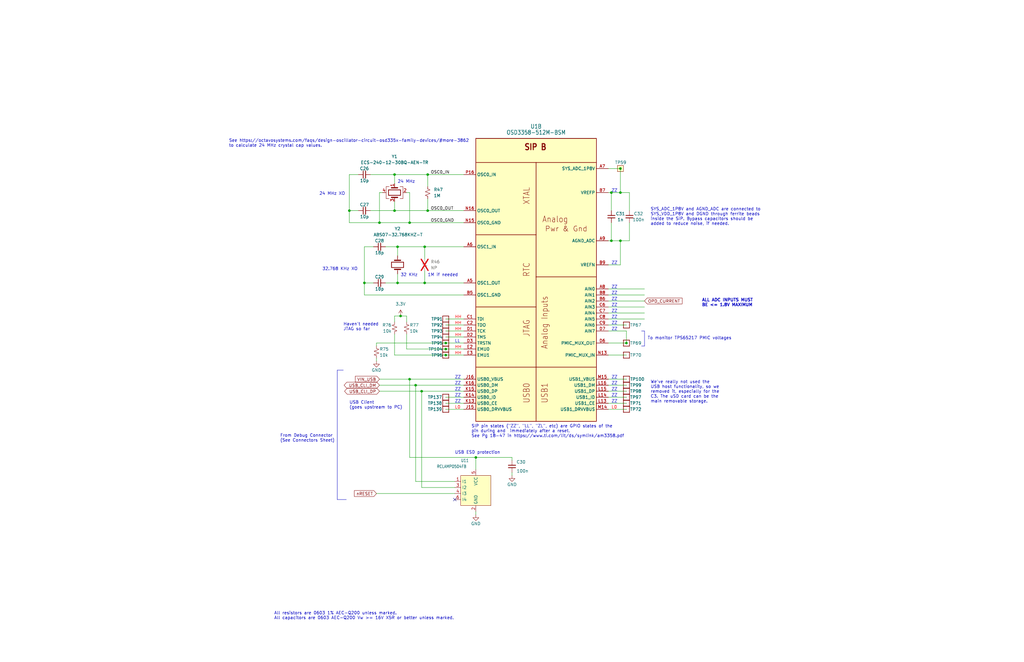
<source format=kicad_sch>
(kicad_sch (version 20230121) (generator eeschema)
  (paper "USLedger")
  (title_block (title "OreSat C3: OSD3358 SIP B") (date "2023-05-29") (rev "6.1"))
  (lib_symbols
    (symbol "Device:C_Small" (pin_numbers hide) (pin_names (offset 0.254) hide)
      (property "Reference" "C" (at 0.254 1.778 0))
      (property "Value" "C_Small" (at 0.254 -2.032 0))
      (symbol "C_Small_1_1"
        (pin passive line (at 0 2.54 270) (length 2.032) (name "~") (number "1"))
        (pin passive line (at 0 -2.54 90) (length 2.032) (name "~") (number "2"))
      )
    )
    (symbol "Device:Crystal" (pin_numbers hide) (pin_names (offset 1.016) hide)
      (property "Reference" "Y" (at 0 3.81 0))
      (property "Value" "Crystal" (at 0 -3.81 0))
      (symbol "Crystal_1_1"
        (pin passive line (at -3.81 0 0) (length 1.27) (name "1") (number "1"))
        (pin passive line (at 3.81 0 180) (length 1.27) (name "2") (number "2"))
      )
    )
    (symbol "Device:Crystal_GND24" (pin_names (offset 1.016) hide)
      (property "Reference" "Y" (at 3.175 5.08 0))
      (property "Value" "Crystal_GND24" (at 3.175 3.175 0))
      (symbol "Crystal_GND24_1_1"
        (pin passive line (at -3.81 0 0) (length 1.27) (name "1") (number "1"))
        (pin passive line (at 0 5.08 270) (length 1.27) (name "2") (number "2"))
        (pin passive line (at 3.81 0 180) (length 1.27) (name "3") (number "3"))
        (pin passive line (at 0 -5.08 90) (length 1.27) (name "4") (number "4"))
      )
    )
    (symbol "Device:R_Small_US" (pin_numbers hide) (pin_names (offset 0.254) hide)
      (property "Reference" "R" (at 0.762 0.508 0))
      (property "Value" "R_Small_US" (at 0.762 -1.016 0))
      (symbol "R_Small_US_1_1"
        (pin passive line (at 0 2.54 270) (length 1.016) (name "~") (number "1"))
        (pin passive line (at 0 -2.54 90) (length 1.016) (name "~") (number "2"))
      )
    )
    (symbol "oresat-ics:OSD3358-512M-BSM"
      (property "Reference" "U" (at 0 87.63 0))
      (property "Value" "OSD3358-512M-BSM" (at 0 85.09 0))
      (symbol "OSD3358-512M-BSM_1_0"
        (text "Connect to either:\nSYS_VDD_1P8V or\nSYS_VDD3_3P3V" (at 8.89 -21.59 900) (effects (font (size 1.27 1.0795)) (justify bottom)))
        (text "Connect together with pour" (at 5.08 -60.96 900) (effects (font (size 1.27 1.0795)) (justify left bottom)))
        (text "Connect together with pour" (at 5.08 -7.62 900) (effects (font (size 1.27 1.0795)) (justify left bottom)))
        (text "GND to program EEPROM" (at -25.4 -71.12 0) (effects (font (size 1.27 1.0795)) (justify left bottom)))
        (text "I2C0" (at -2.54 -60.96 900) (effects (font (size 2.54 2.159)) (justify left bottom)))
        (text "Reset" (at 5.08 -81.28 900) (effects (font (size 2.54 2.159)) (justify left bottom)))
        (text "SIP A" (at -20.32 17.78 0) (effects (font (size 2.54 2.159) bold) (justify left bottom)))
        (pin bidirectional line (at -35.56 -53.34 0) (length 5.08) (name "I2C0_SCL") (number "C10"))
        (pin bidirectional line (at -35.56 -63.5 0) (length 5.08) (name "I2C0_SDA") (number "C11"))
        (pin bidirectional line (at -35.56 -50.8 0) (length 5.08) (name "PMIC_SCL") (number "D10"))
        (pin bidirectional line (at -35.56 -60.96 0) (length 5.08) (name "PMIC_SDA") (number "D11"))
        (pin bidirectional line (at -35.56 -40.64 0) (length 5.08) (name "EXTINTN") (number "D4"))
        (pin output line (at -35.56 -38.1 0) (length 5.08) (name "PMIC_NINT") (number "E4"))
        (pin power_in line (at 35.56 -38.1 180) (length 5.08) (name "SYS_VDD_1P8V@1") (number "F10"))
        (pin power_in line (at 35.56 43.18 180) (length 5.08) (name "SYS_VDD2_3P3V@1") (number "F11"))
        (pin power_in line (at 35.56 60.96 180) (length 5.08) (name "SYS_VDD1_3P3V@1") (number "F6"))
        (pin power_in line (at 35.56 58.42 180) (length 5.08) (name "SYS_VDD1_3P3V@2") (number "F7"))
        (pin power_in line (at 35.56 12.7 180) (length 5.08) (name "SYS_VDD3_3P3V@1") (number "F8"))
        (pin power_in line (at 35.56 -22.86 180) (length 5.08) (name "VDDSHV4") (number "F9"))
        (pin power_in line (at 35.56 -40.64 180) (length 5.08) (name "SYS_VDD_1P8V@2") (number "G10"))
        (pin power_in line (at 35.56 40.64 180) (length 5.08) (name "SYS_VDD2_3P3V@2") (number "G11"))
        (pin power_in line (at 35.56 55.88 180) (length 5.08) (name "SYS_VDD1_3P3V@3") (number "G6"))
        (pin power_in line (at 35.56 53.34 180) (length 5.08) (name "SYS_VDD1_3P3V@4") (number "G7"))
        (pin power_in line (at 35.56 10.16 180) (length 5.08) (name "SYS_VDD3_3P3V@2") (number "G8"))
        (pin power_in line (at 35.56 -25.4 180) (length 5.08) (name "VDDSHV5") (number "G9"))
        (pin power_in line (at 35.56 -43.18 180) (length 5.08) (name "SYS_VDD_1P8V@3") (number "H10"))
        (pin power_in line (at 35.56 -45.72 180) (length 5.08) (name "SYS_VDD_1P8V@4") (number "H11"))
        (pin power_in line (at 35.56 7.62 180) (length 5.08) (name "SYS_VDD3_3P3V@3") (number "H7"))
        (pin power_in line (at 35.56 5.08 180) (length 5.08) (name "SYS_VDD3_3P3V@4") (number "H8"))
        (pin power_in line (at 35.56 -27.94 180) (length 5.08) (name "VDDSHV6") (number "H9"))
        (pin power_in line (at 35.56 -48.26 180) (length 5.08) (name "SYS_VDD_1P8V@5") (number "J10"))
        (pin power_in line (at 35.56 -50.8 180) (length 5.08) (name "SYS_VDD_1P8V@6") (number "J11"))
        (pin power_in line (at 35.56 2.54 180) (length 5.08) (name "SYS_VDD3_3P3V@5") (number "J7"))
        (pin power_in line (at 35.56 0 180) (length 5.08) (name "SYS_VDD3_3P3V@6") (number "J8"))
        (pin power_in line (at 35.56 -15.24 180) (length 5.08) (name "VDDSHV1") (number "J9"))
        (pin power_in line (at 35.56 -53.34 180) (length 5.08) (name "SYS_VDD_1P8V@7") (number "K10"))
        (pin power_in line (at 35.56 30.48 180) (length 5.08) (name "SYS_RTC_1P8V@1") (number "K11"))
        (pin power_in line (at 35.56 78.74 180) (length 5.08) (name "SYS_VOUT@1") (number "K6"))
        (pin power_in line (at 35.56 76.2 180) (length 5.08) (name "SYS_VOUT@2") (number "K7"))
        (pin power_in line (at 35.56 -2.54 180) (length 5.08) (name "SYS_VDD3_3P3V@7") (number "K8"))
        (pin power_in line (at 35.56 -17.78 180) (length 5.08) (name "VDDSHV2") (number "K9"))
        (pin power_in line (at 35.56 -55.88 180) (length 5.08) (name "SYS_VDD_1P8V@8") (number "L10"))
        (pin power_in line (at 35.56 27.94 180) (length 5.08) (name "SYS_RTC_1P8V@2") (number "L11"))
        (pin output line (at -35.56 -30.48 0) (length 5.08) (name "PMIC_NWAKEUP") (number "L4"))
        (pin power_in line (at 35.56 73.66 180) (length 5.08) (name "SYS_VOUT@3") (number "L6"))
        (pin power_in line (at 35.56 71.12 180) (length 5.08) (name "SYS_VOUT@4") (number "L7"))
        (pin power_in line (at 35.56 -5.08 180) (length 5.08) (name "SYS_VDD3_3P3V@8") (number "L8"))
        (pin power_in line (at 35.56 -20.32 180) (length 5.08) (name "VDDSHV3") (number "L9"))
        (pin bidirectional line (at -35.56 5.08 0) (length 5.08) (name "PMIC_NRESET") (number "M13"))
        (pin bidirectional line (at -35.56 -83.82 0) (length 5.08) (name "RTC_KALDO_ENN") (number "M16"))
        (pin bidirectional line (at -35.56 -73.66 0) (length 5.08) (name "EEPROM_WP") (number "M2"))
        (pin bidirectional line (at -35.56 -33.02 0) (length 5.08) (name "EXT_WAKEUP") (number "M4"))
        (pin output line (at -35.56 -17.78 0) (length 5.08) (name "PMIC_POWER_EN") (number "N10"))
        (pin input line (at -35.56 -15.24 0) (length 5.08) (name "PMIC_PWR_EN") (number "N11"))
        (pin output line (at 35.56 -71.12 180) (length 5.08) (name "PMIC_PGOOD") (number "N12"))
        (pin output line (at -35.56 -22.86 0) (length 5.08) (name "PMIC_LDO_PGOOD") (number "N4"))
        (pin bidirectional line (at -35.56 -25.4 0) (length 5.08) (name "RTC_PWRONRSTN") (number "N5"))
        (pin bidirectional line (at -35.56 35.56 0) (length 5.08) (name "PMIC_TS") (number "N6"))
        (pin bidirectional line (at -35.56 38.1 0) (length 5.08) (name "PMIC_BAT_SENSE") (number "N7"))
        (pin power_in line (at -35.56 78.74 0) (length 5.08) (name "VIN_AC@1") (number "P10"))
        (pin bidirectional line (at 35.56 -73.66 180) (length 5.08) (name "PWRONRSTN") (number "P11"))
        (pin power_in line (at -35.56 48.26 0) (length 5.08) (name "VIN_BAT@1") (number "P8"))
        (pin power_in line (at -35.56 63.5 0) (length 5.08) (name "VIN_USB@1") (number "P9"))
        (pin power_in line (at -35.56 76.2 0) (length 5.08) (name "VIN_AC@2") (number "R10"))
        (pin bidirectional line (at 35.56 -83.82 180) (length 5.08) (name "WARMRSTN") (number "R11"))
        (pin power_in line (at -35.56 45.72 0) (length 5.08) (name "VIN_BAT@2") (number "R8"))
        (pin power_in line (at -35.56 60.96 0) (length 5.08) (name "VIN_USB@2") (number "R9"))
        (pin power_in line (at -35.56 73.66 0) (length 5.08) (name "VIN_AC@3") (number "T10"))
        (pin bidirectional line (at -35.56 -5.08 0) (length 5.08) (name "PMIC_PB_IN") (number "T11"))
        (pin power_in line (at -35.56 43.18 0) (length 5.08) (name "VIN_BAT@3") (number "T8"))
        (pin power_in line (at -35.56 58.42 0) (length 5.08) (name "VIN_USB@3") (number "T9"))
      )
      (symbol "OSD3358-512M-BSM_2_0"
        (text "Analog" (at 2.54 22.86 0) (effects (font (size 2.54 2.159)) (justify left bottom)))
        (text "Analog Inputs" (at 5.08 -30.48 900) (effects (font (size 2.54 2.159)) (justify left bottom)))
        (text "JTAG" (at -2.54 -25.4 900) (effects (font (size 2.54 2.159)) (justify left bottom)))
        (text "Pwr & Gnd" (at 12.7 20.32 0) (effects (font (size 2.159 2.159))))
        (text "RTC" (at -2.54 0 900) (effects (font (size 2.54 2.159)) (justify left bottom)))
        (text "SIP B" (at -5.08 53.34 0) (effects (font (size 2.54 2.159) bold) (justify left bottom)))
        (text "USB0" (at -2.54 -53.34 900) (effects (font (size 2.54 2.159)) (justify left bottom)))
        (text "USB1" (at 5.08 -53.34 900) (effects (font (size 2.54 2.159)) (justify left bottom)))
        (text "XTAL" (at -2.54 30.48 900) (effects (font (size 2.54 2.159)) (justify left bottom)))
        (pin bidirectional line (at -30.48 -2.54 0) (length 5.08) (name "OSC1_OUT") (number "A5"))
        (pin bidirectional line (at -30.48 12.7 0) (length 5.08) (name "OSC1_IN") (number "A6"))
        (pin bidirectional line (at 30.48 45.72 180) (length 5.08) (name "SYS_ADC_1P8V") (number "A7"))
        (pin bidirectional line (at 30.48 -5.08 180) (length 5.08) (name "AIN0") (number "A8"))
        (pin bidirectional line (at 30.48 15.24 180) (length 5.08) (name "AGND_ADC") (number "A9"))
        (pin bidirectional line (at -30.48 -7.62 0) (length 5.08) (name "OSC1_GND") (number "B5"))
        (pin bidirectional line (at 30.48 -10.16 180) (length 5.08) (name "AIN2") (number "B6"))
        (pin bidirectional line (at 30.48 35.56 180) (length 5.08) (name "VREFP") (number "B7"))
        (pin bidirectional line (at 30.48 -7.62 180) (length 5.08) (name "AIN1") (number "B8"))
        (pin bidirectional line (at 30.48 5.08 180) (length 5.08) (name "VREFN") (number "B9"))
        (pin bidirectional line (at -30.48 -17.78 0) (length 5.08) (name "TDI") (number "C1"))
        (pin bidirectional line (at -30.48 -20.32 0) (length 5.08) (name "TDO") (number "C2"))
        (pin bidirectional line (at 30.48 -12.7 180) (length 5.08) (name "AIN3") (number "C6"))
        (pin bidirectional line (at 30.48 -15.24 180) (length 5.08) (name "AIN4") (number "C7"))
        (pin bidirectional line (at 30.48 -17.78 180) (length 5.08) (name "AIN5") (number "C8"))
        (pin bidirectional line (at 30.48 -20.32 180) (length 5.08) (name "AIN6") (number "C9"))
        (pin bidirectional line (at -30.48 -22.86 0) (length 5.08) (name "TCK") (number "D1"))
        (pin bidirectional line (at -30.48 -25.4 0) (length 5.08) (name "TMS") (number "D2"))
        (pin bidirectional line (at -30.48 -27.94 0) (length 5.08) (name "TRSTN") (number "D3"))
        (pin bidirectional line (at 30.48 -27.94 180) (length 5.08) (name "PMIC_MUX_OUT") (number "D6"))
        (pin bidirectional line (at 30.48 -22.86 180) (length 5.08) (name "AIN7") (number "D7"))
        (pin bidirectional line (at -30.48 -30.48 0) (length 5.08) (name "EMU0") (number "E2"))
        (pin bidirectional line (at -30.48 -33.02 0) (length 5.08) (name "EMU1") (number "E3"))
        (pin bidirectional line (at -30.48 -55.88 0) (length 5.08) (name "USB0_DRVVBUS") (number "J15"))
        (pin bidirectional line (at -30.48 -43.18 0) (length 5.08) (name "USB0_VBUS") (number "J16"))
        (pin bidirectional line (at -30.48 -53.34 0) (length 5.08) (name "USB0_CE") (number "K13"))
        (pin bidirectional line (at -30.48 -50.8 0) (length 5.08) (name "USB0_ID") (number "K14"))
        (pin bidirectional line (at -30.48 -48.26 0) (length 5.08) (name "USB0_DP") (number "K15"))
        (pin bidirectional line (at -30.48 -45.72 0) (length 5.08) (name "USB0_DM") (number "K16"))
        (pin bidirectional line (at 30.48 -53.34 180) (length 5.08) (name "USB1_CE") (number "L13"))
        (pin bidirectional line (at 30.48 -50.8 180) (length 5.08) (name "USB1_ID") (number "L14"))
        (pin bidirectional line (at 30.48 -48.26 180) (length 5.08) (name "USB1_DP") (number "L15"))
        (pin bidirectional line (at 30.48 -45.72 180) (length 5.08) (name "USB1_DM") (number "L16"))
        (pin bidirectional line (at 30.48 -55.88 180) (length 5.08) (name "USB1_DRVVBUS") (number "M14"))
        (pin bidirectional line (at 30.48 -43.18 180) (length 5.08) (name "USB1_VBUS") (number "M15"))
        (pin bidirectional line (at 30.48 -33.02 180) (length 5.08) (name "PMIC_MUX_IN") (number "N13"))
        (pin bidirectional line (at -30.48 22.86 0) (length 5.08) (name "OSC0_GND") (number "N15"))
        (pin bidirectional line (at -30.48 27.94 0) (length 5.08) (name "OSC0_OUT") (number "N16"))
        (pin bidirectional line (at -30.48 43.18 0) (length 5.08) (name "OSC0_IN") (number "P16"))
      )
      (symbol "OSD3358-512M-BSM_3_0"
        (text "SIP C" (at -5.08 53.34 0) (effects (font (size 2.54 2.159) bold) (justify left bottom)))
        (pin bidirectional line (at -30.48 -12.7 0) (length 5.08) (name "MCASP0_ACLKX") (number "A1"))
        (pin bidirectional line (at -30.48 33.02 0) (length 5.08) (name "UART1_RTSN") (number "A10"))
        (pin bidirectional line (at -30.48 38.1 0) (length 5.08) (name "UART1_RXD") (number "A11"))
        (pin bidirectional line (at -30.48 53.34 0) (length 5.08) (name "UART0_RXD") (number "A12"))
        (pin bidirectional line (at -30.48 25.4 0) (length 5.08) (name "SPI0_SCLK") (number "A13"))
        (pin bidirectional line (at -30.48 17.78 0) (length 5.08) (name "SPI0_CS0") (number "A14"))
        (pin bidirectional line (at -30.48 0 0) (length 5.08) (name "MMC0_DAT1") (number "A15"))
        (pin bidirectional line (at -30.48 2.54 0) (length 5.08) (name "MMC0_DAT0") (number "A16"))
        (pin bidirectional line (at -30.48 -15.24 0) (length 5.08) (name "MCASP0_FSX") (number "A2"))
        (pin bidirectional line (at -30.48 -22.86 0) (length 5.08) (name "MCASP0_ACLKR") (number "A3"))
        (pin bidirectional line (at -30.48 -38.1 0) (length 5.08) (name "XDMA_EVENT_INTR0") (number "A4"))
        (pin bidirectional line (at -30.48 -20.32 0) (length 5.08) (name "MCASP0_AHCLKR") (number "B1"))
        (pin bidirectional line (at -30.48 35.56 0) (length 5.08) (name "UART1_CTSN") (number "B10"))
        (pin bidirectional line (at -30.48 40.64 0) (length 5.08) (name "UART1_TXD") (number "B11"))
        (pin bidirectional line (at -30.48 55.88 0) (length 5.08) (name "UART0_TXD") (number "B12"))
        (pin bidirectional line (at -30.48 22.86 0) (length 5.08) (name "SPI0_D0") (number "B13"))
        (pin bidirectional line (at -30.48 20.32 0) (length 5.08) (name "SPI0_D1") (number "B14"))
        (pin bidirectional line (at -30.48 7.62 0) (length 5.08) (name "MMC0_CLK") (number "B15"))
        (pin bidirectional line (at -30.48 5.08 0) (length 5.08) (name "MMC0_CMD") (number "B16"))
        (pin bidirectional line (at -30.48 -17.78 0) (length 5.08) (name "MCASP0_AXR0") (number "B2"))
        (pin bidirectional line (at -30.48 -25.4 0) (length 5.08) (name "MCASP0_FSR") (number "B3"))
        (pin bidirectional line (at -30.48 -40.64 0) (length 5.08) (name "XDMA_EVENT_INTR1") (number "B4"))
        (pin bidirectional line (at -30.48 50.8 0) (length 5.08) (name "UART0_CTSN") (number "C12"))
        (pin bidirectional line (at -30.48 48.26 0) (length 5.08) (name "UART0_RTSN") (number "C13"))
        (pin bidirectional line (at -30.48 15.24 0) (length 5.08) (name "SPI0_CS1") (number "C14"))
        (pin bidirectional line (at -30.48 -5.08 0) (length 5.08) (name "MMC0_DAT3") (number "C15"))
        (pin bidirectional line (at -30.48 -2.54 0) (length 5.08) (name "MMC0_DAT2") (number "C16"))
        (pin bidirectional line (at -30.48 -27.94 0) (length 5.08) (name "MCASP0_AXR1") (number "C3"))
        (pin bidirectional line (at -30.48 -30.48 0) (length 5.08) (name "MCASP0_AHCLKX") (number "C4"))
        (pin bidirectional line (at -30.48 -43.18 0) (length 5.08) (name "ECAP0_IN_PWM0_OUT") (number "C5"))
        (pin bidirectional line (at 30.48 -50.8 180) (length 5.08) (name "GPMC_ADVN_ALE") (number "M1"))
        (pin bidirectional line (at 30.48 -58.42 180) (length 5.08) (name "GPMC_OEN_REN") (number "N1"))
        (pin bidirectional line (at 30.48 17.78 180) (length 5.08) (name "GPMC_BEN1") (number "N14"))
        (pin bidirectional line (at 30.48 -55.88 180) (length 5.08) (name "GPMC_WEN") (number "N2"))
        (pin bidirectional line (at 30.48 -53.34 180) (length 5.08) (name "GPMC_BEN0_CLE") (number "N3"))
        (pin bidirectional line (at 30.48 2.54 180) (length 5.08) (name "GPMC_CSN2") (number "P1"))
        (pin bidirectional line (at 30.48 45.72 180) (length 5.08) (name "GPMC_A2") (number "P12"))
        (pin bidirectional line (at 30.48 38.1 180) (length 5.08) (name "GPMC_A5") (number "P13"))
        (pin bidirectional line (at 30.48 30.48 180) (length 5.08) (name "GPMC_A8") (number "P14"))
        (pin bidirectional line (at 30.48 15.24 180) (length 5.08) (name "GPMC_WAIT0") (number "P15"))
        (pin bidirectional line (at 30.48 5.08 180) (length 5.08) (name "GPMC_CSN1") (number "P2"))
        (pin bidirectional line (at 30.48 7.62 180) (length 5.08) (name "GPMC_CSN0") (number "P3"))
        (pin bidirectional line (at 30.48 -20.32 180) (length 5.08) (name "GPMC_AD6") (number "P4"))
        (pin bidirectional line (at 30.48 -30.48 180) (length 5.08) (name "GPMC_AD9") (number "P5"))
        (pin bidirectional line (at 30.48 -38.1 180) (length 5.08) (name "GPMC_AD12") (number "P6"))
        (pin bidirectional line (at 30.48 -45.72 180) (length 5.08) (name "GPMC_AD15") (number "P7"))
        (pin bidirectional line (at 30.48 -10.16 180) (length 5.08) (name "GPMC_AD2") (number "R1"))
        (pin bidirectional line (at 30.48 48.26 180) (length 5.08) (name "GPMC_A1") (number "R12"))
        (pin bidirectional line (at 30.48 40.64 180) (length 5.08) (name "GPMC_A4") (number "R13"))
        (pin bidirectional line (at 30.48 33.02 180) (length 5.08) (name "GPMC_A7") (number "R14"))
        (pin bidirectional line (at 30.48 25.4 180) (length 5.08) (name "GPMC_A10") (number "R15"))
        (pin bidirectional line (at 30.48 12.7 180) (length 5.08) (name "GPMC_WPN") (number "R16"))
        (pin bidirectional line (at 30.48 -7.62 180) (length 5.08) (name "GPMC_AD1") (number "R2"))
        (pin bidirectional line (at 30.48 -5.08 180) (length 5.08) (name "GPMC_AD0") (number "R3"))
        (pin bidirectional line (at 30.48 -22.86 180) (length 5.08) (name "GPMC_AD7") (number "R4"))
        (pin bidirectional line (at 30.48 -33.02 180) (length 5.08) (name "GPMC_AD10") (number "R5"))
        (pin bidirectional line (at 30.48 -40.64 180) (length 5.08) (name "GPMC_AD13") (number "R6"))
        (pin bidirectional line (at 30.48 0 180) (length 5.08) (name "GPMC_CSN3") (number "R7"))
        (pin bidirectional line (at 30.48 -17.78 180) (length 5.08) (name "GPMC_AD5") (number "T1"))
        (pin bidirectional line (at 30.48 50.8 180) (length 5.08) (name "GPMC_A0") (number "T12"))
        (pin bidirectional line (at 30.48 43.18 180) (length 5.08) (name "GPMC_A3") (number "T13"))
        (pin bidirectional line (at 30.48 35.56 180) (length 5.08) (name "GPMC_A6") (number "T14"))
        (pin bidirectional line (at 30.48 27.94 180) (length 5.08) (name "GPMC_A9") (number "T15"))
        (pin bidirectional line (at 30.48 22.86 180) (length 5.08) (name "GPMC_A11") (number "T16"))
        (pin bidirectional line (at 30.48 -15.24 180) (length 5.08) (name "GPMC_AD4") (number "T2"))
        (pin bidirectional line (at 30.48 -12.7 180) (length 5.08) (name "GPMC_AD3") (number "T3"))
        (pin bidirectional line (at 30.48 -27.94 180) (length 5.08) (name "GPMC_AD8") (number "T4"))
        (pin bidirectional line (at 30.48 -35.56 180) (length 5.08) (name "GPMC_AD11") (number "T5"))
        (pin bidirectional line (at 30.48 -43.18 180) (length 5.08) (name "GPMC_AD14") (number "T6"))
        (pin bidirectional line (at 30.48 55.88 180) (length 5.08) (name "GPMC_CLK") (number "T7"))
      )
      (symbol "OSD3358-512M-BSM_4_0"
        (text "SIP D" (at -20.32 -30.48 0) (effects (font (size 2.54 2.159) bold) (justify left bottom)))
        (pin bidirectional line (at -30.48 -17.78 0) (length 5.08) (name "MDC") (number "D13"))
        (pin bidirectional line (at -30.48 -5.08 0) (length 5.08) (name "MII1_RXD3") (number "D14"))
        (pin bidirectional line (at -30.48 -2.54 0) (length 5.08) (name "MII1_RXD2") (number "D15"))
        (pin bidirectional line (at -30.48 0 0) (length 5.08) (name "MII1_RXD1") (number "D16"))
        (pin bidirectional line (at 30.48 -22.86 180) (length 5.08) (name "LCD_AC_BIAS_EN") (number "E1"))
        (pin bidirectional line (at -30.48 -20.32 0) (length 5.08) (name "MDIO") (number "E13"))
        (pin bidirectional line (at -30.48 2.54 0) (length 5.08) (name "MII1_RXD0") (number "E14"))
        (pin bidirectional line (at -30.48 -7.62 0) (length 5.08) (name "MII1_RX_ER") (number "E15"))
        (pin bidirectional line (at -30.48 5.08 0) (length 5.08) (name "MII1_RX_CLK") (number "E16"))
        (pin bidirectional line (at 30.48 -15.24 180) (length 5.08) (name "LCD_PCLK") (number "F1"))
        (pin bidirectional line (at -30.48 12.7 0) (length 5.08) (name "MII1_CRS") (number "F14"))
        (pin bidirectional line (at -30.48 10.16 0) (length 5.08) (name "MII1_COL") (number "F15"))
        (pin bidirectional line (at -30.48 -10.16 0) (length 5.08) (name "MII1_RX_DV") (number "F16"))
        (pin bidirectional line (at 30.48 -20.32 180) (length 5.08) (name "LCD_HSYNC") (number "F2"))
        (pin bidirectional line (at 30.48 -17.78 180) (length 5.08) (name "LCD_VSYNC") (number "F3"))
        (pin bidirectional line (at 30.48 22.86 180) (length 5.08) (name "LCD_DATA2") (number "G1"))
        (pin bidirectional line (at -30.48 15.24 0) (length 5.08) (name "MII1_TX_EN") (number "G14"))
        (pin bidirectional line (at -30.48 17.78 0) (length 5.08) (name "MII1_TXD3") (number "G15"))
        (pin bidirectional line (at -30.48 20.32 0) (length 5.08) (name "MII1_TXD2") (number "G16"))
        (pin bidirectional line (at 30.48 25.4 180) (length 5.08) (name "LCD_DATA1") (number "G2"))
        (pin bidirectional line (at 30.48 27.94 180) (length 5.08) (name "LCD_DATA0") (number "G3"))
        (pin bidirectional line (at 30.48 15.24 180) (length 5.08) (name "LCD_DATA5") (number "H1"))
        (pin bidirectional line (at -30.48 22.86 0) (length 5.08) (name "MII1_TXD1") (number "H14"))
        (pin bidirectional line (at -30.48 25.4 0) (length 5.08) (name "MII1_TXD0") (number "H15"))
        (pin bidirectional line (at -30.48 27.94 0) (length 5.08) (name "MII1_TX_CLK") (number "H16"))
        (pin bidirectional line (at 30.48 17.78 180) (length 5.08) (name "LCD_DATA4") (number "H2"))
        (pin bidirectional line (at 30.48 20.32 180) (length 5.08) (name "LCD_DATA3") (number "H3"))
        (pin bidirectional line (at 30.48 7.62 180) (length 5.08) (name "LCD_DATA8") (number "J1"))
        (pin bidirectional line (at -30.48 -15.24 0) (length 5.08) (name "RMII1_REF_CLK") (number "J14"))
        (pin bidirectional line (at 30.48 10.16 180) (length 5.08) (name "LCD_DATA7") (number "J2"))
        (pin bidirectional line (at 30.48 12.7 180) (length 5.08) (name "LCD_DATA6") (number "J3"))
        (pin bidirectional line (at 30.48 0 180) (length 5.08) (name "LCD_DATA11") (number "K1"))
        (pin bidirectional line (at 30.48 2.54 180) (length 5.08) (name "LCD_DATA10") (number "K2"))
        (pin bidirectional line (at 30.48 5.08 180) (length 5.08) (name "LCD_DATA9") (number "K3"))
        (pin bidirectional line (at 30.48 -7.62 180) (length 5.08) (name "LCD_DATA14") (number "L1"))
        (pin bidirectional line (at 30.48 -5.08 180) (length 5.08) (name "LCD_DATA13") (number "L2"))
        (pin bidirectional line (at 30.48 -2.54 180) (length 5.08) (name "LCD_DATA12") (number "L3"))
        (pin bidirectional line (at 30.48 -10.16 180) (length 5.08) (name "LCD_DATA15") (number "M3"))
      )
      (symbol "OSD3358-512M-BSM_5_0"
        (text "a via per pad." (at -7.62 -21.59 0) (effects (font (size 1.27 1.27)) (justify left)))
        (text "DGND pads  instead of " (at -7.62 -19.05 0) (effects (font (size 1.27 1.27)) (justify left)))
        (text "NOTE:  Can use pours to connect" (at -13.97 -17.78 0) (effects (font (size 1.27 1.0795)) (justify left bottom)))
        (text "SIP E" (at 0 20.32 0) (effects (font (size 2.54 2.159) bold) (justify bottom)))
        (pin bidirectional line (at -30.48 25.4 0) (length 5.08) (name "DGND@1") (number "D8"))
        (pin bidirectional line (at -30.48 22.86 0) (length 5.08) (name "DGND@2") (number "D9"))
        (pin bidirectional line (at -30.48 5.08 0) (length 5.08) (name "DGND@8") (number "E10"))
        (pin bidirectional line (at -30.48 2.54 0) (length 5.08) (name "DGND@9") (number "E11"))
        (pin bidirectional line (at -30.48 0 0) (length 5.08) (name "DGND@10") (number "E12"))
        (pin bidirectional line (at -30.48 17.78 0) (length 5.08) (name "DGND@3") (number "E5"))
        (pin bidirectional line (at -30.48 15.24 0) (length 5.08) (name "DGND@4") (number "E6"))
        (pin bidirectional line (at -30.48 12.7 0) (length 5.08) (name "DGND@5") (number "E7"))
        (pin bidirectional line (at -30.48 10.16 0) (length 5.08) (name "DGND@6") (number "E8"))
        (pin bidirectional line (at -30.48 7.62 0) (length 5.08) (name "DGND@7") (number "E9"))
        (pin bidirectional line (at -30.48 -7.62 0) (length 5.08) (name "DGND@12") (number "F12"))
        (pin bidirectional line (at -30.48 -5.08 0) (length 5.08) (name "DGND@11") (number "F5"))
        (pin bidirectional line (at -30.48 -15.24 0) (length 5.08) (name "DGND@14") (number "G12"))
        (pin bidirectional line (at -30.48 -12.7 0) (length 5.08) (name "DGND@13") (number "G5"))
        (pin bidirectional line (at -30.48 -25.4 0) (length 5.08) (name "DGND@17") (number "H12"))
        (pin bidirectional line (at -30.48 -27.94 0) (length 5.08) (name "DGND@18") (number "H13"))
        (pin bidirectional line (at -30.48 -20.32 0) (length 5.08) (name "DGND@15") (number "H4"))
        (pin bidirectional line (at -30.48 -22.86 0) (length 5.08) (name "DGND@16") (number "H5"))
        (pin bidirectional line (at 30.48 20.32 180) (length 5.08) (name "DGND@21") (number "J12"))
        (pin bidirectional line (at 30.48 17.78 180) (length 5.08) (name "DGND@22") (number "J13"))
        (pin bidirectional line (at 30.48 25.4 180) (length 5.08) (name "DGND@19") (number "J4"))
        (pin bidirectional line (at 30.48 22.86 180) (length 5.08) (name "DGND@20") (number "J5"))
        (pin bidirectional line (at 30.48 10.16 180) (length 5.08) (name "DGND@24") (number "K12"))
        (pin bidirectional line (at 30.48 12.7 180) (length 5.08) (name "DGND@23") (number "K5"))
        (pin bidirectional line (at 30.48 2.54 180) (length 5.08) (name "DGND@26") (number "L12"))
        (pin bidirectional line (at 30.48 5.08 180) (length 5.08) (name "DGND@25") (number "L5"))
        (pin bidirectional line (at 30.48 -15.24 180) (length 5.08) (name "DGND@32") (number "M10"))
        (pin bidirectional line (at 30.48 -17.78 180) (length 5.08) (name "DGND@33") (number "M11"))
        (pin bidirectional line (at 30.48 -20.32 180) (length 5.08) (name "DGND@34") (number "M12"))
        (pin bidirectional line (at 30.48 -2.54 180) (length 5.08) (name "DGND@27") (number "M5"))
        (pin bidirectional line (at 30.48 -5.08 180) (length 5.08) (name "DGND@28") (number "M6"))
        (pin bidirectional line (at 30.48 -7.62 180) (length 5.08) (name "DGND@29") (number "M7"))
        (pin bidirectional line (at 30.48 -10.16 180) (length 5.08) (name "DGND@30") (number "M8"))
        (pin bidirectional line (at 30.48 -12.7 180) (length 5.08) (name "DGND@31") (number "M9"))
        (pin bidirectional line (at 30.48 -25.4 180) (length 5.08) (name "DGND@35") (number "N8"))
        (pin bidirectional line (at 30.48 -27.94 180) (length 5.08) (name "DGND@36") (number "N9"))
      )
      (symbol "OSD3358-512M-BSM_6_0"
        (text "Do Not Connect" (at 0 -15.24 0) (effects (font (size 1.778 1.5113))))
        (text "Do Not Use" (at 0 11.43 0) (effects (font (size 1.778 1.5113)) (justify bottom)))
        (text "power rail recommended" (at -10.16 5.08 0) (effects (font (size 1.27 1.27)) (justify left)))
        (text "SIP F" (at 15.24 20.32 0) (effects (font (size 2.54 2.159) bold) (justify bottom)))
        (text "Test Point per " (at -10.16 7.62 0) (effects (font (size 1.27 1.27)) (justify left)))
        (pin bidirectional line (at 27.94 -5.08 180) (length 5.08) (name "NC@1") (number "D12"))
        (pin bidirectional line (at -27.94 -5.08 0) (length 5.08) (name "CAP_VDD_RTC") (number "D5"))
        (pin bidirectional line (at -27.94 10.16 0) (length 5.08) (name "VDD_MPU") (number "F13"))
        (pin bidirectional line (at -27.94 20.32 0) (length 5.08) (name "VDDS_DDR") (number "F4"))
        (pin bidirectional line (at -27.94 5.08 0) (length 5.08) (name "VDDS_PLL") (number "G13"))
        (pin bidirectional line (at -27.94 15.24 0) (length 5.08) (name "VDD_CORE") (number "G4"))
        (pin bidirectional line (at -27.94 -10.16 0) (length 5.08) (name "VPP") (number "H6"))
        (pin bidirectional line (at 27.94 -7.62 180) (length 5.08) (name "NC@2") (number "J6"))
        (pin bidirectional line (at 27.94 -10.16 180) (length 5.08) (name "NC@3") (number "K4"))
      )
    )
    (symbol "oresat-ics:RCLAMP0504FB"
      (property "Reference" "U" (at -13.97 12.7 0))
      (property "Value" "RCLAMP0504FB" (at -13.97 10.16 0))
      (symbol "RCLAMP0504FB_1_0"
        (pin bidirectional line (at -8.89 3.81 0) (length 2.54) (name "I1") (number "1"))
        (pin power_in line (at 0 -8.89 90) (length 2.54) (name "GND") (number "2"))
        (pin bidirectional line (at -8.89 1.27 0) (length 2.54) (name "I2") (number "3"))
        (pin bidirectional line (at -8.89 -1.27 0) (length 2.54) (name "I3") (number "4"))
        (pin power_in line (at 0 8.89 270) (length 2.54) (name "VCC") (number "5"))
        (pin bidirectional line (at -8.89 -3.81 0) (length 2.54) (name "I4") (number "6"))
      )
    )
    (symbol "oresat-misc:Test-Point-0.75mm-th"
      (property "Reference" "TP" (at 0 2.54 0))
      (symbol "Test-Point-0.75mm-th_1_0"
        (pin passive line (at 0 0 0) (length 0) (name "1") (number "1"))
      )
    )
    (symbol "oresat-misc:Test-Point-1mm-round"
      (property "Reference" "TP" (at 0 2.54 0))
      (symbol "Test-Point-1mm-round_1_0"
        (pin passive line (at 0 0 0) (length 0) (name "1") (number "1"))
      )
    )
    (symbol "oresat-power:3.3V" (power) (pin_names (offset 0))
      (property "Value" "3.3V" (at 0 3.556 0))
      (symbol "3.3V_1_1"
        (pin power_in line (at 0 0 90) (length 0) hide (name "3.3V") (number "1"))
      )
    )
    (symbol "power:GND" (power) (pin_names (offset 0))
      (property "Value" "GND" (at 0 -3.81 0))
      (symbol "GND_1_1"
        (pin power_in line (at 0 0 270) (length 0) hide (name "GND") (number "1"))
      )
    )
  )
  (junction (at 160.02 93.98))
  (junction (at 153.67 119.38))
  (junction (at 261.62 101.6))
  (junction (at 166.37 73.66))
  (junction (at 261.62 71.12))
  (junction (at 180.34 88.9))
  (junction (at 172.72 93.98))
  (junction (at 175.26 162.56))
  (junction (at 179.07 119.38))
  (junction (at 172.72 160.02))
  (junction (at 187.96 149.86))
  (junction (at 187.96 144.78))
  (junction (at 167.64 104.14))
  (junction (at 200.66 193.04))
  (junction (at 177.8 165.1))
  (junction (at 168.91 133.35))
  (junction (at 180.34 73.66))
  (junction (at 257.81 101.6))
  (junction (at 179.07 104.14))
  (junction (at 261.62 81.28))
  (junction (at 264.16 144.78))
  (junction (at 187.96 147.32))
  (junction (at 166.37 88.9))
  (junction (at 147.32 88.9))
  (junction (at 167.64 119.38))
  (junction (at 257.81 81.28))
  (no_connect (at 191.77 210.82))
  (polyline (pts (xy 271.78 139.7) (xy 271.78 146.05)))
  (wire (pts (xy 265.43 88.9) (xy 265.43 81.28)))
  (wire (pts (xy 175.26 162.56) (xy 175.26 203.2)))
  (wire (pts (xy 256.54 111.76) (xy 261.62 111.76)))
  (wire (pts (xy 179.07 119.38) (xy 195.58 119.38)))
  (wire (pts (xy 172.72 193.04) (xy 200.66 193.04)))
  (wire (pts (xy 160.02 81.28) (xy 160.02 93.98)))
  (wire (pts (xy 179.07 104.14) (xy 167.64 104.14)))
  (wire (pts (xy 147.32 88.9) (xy 151.13 88.9)))
  (wire (pts (xy 256.54 137.16) (xy 264.16 137.16)))
  (polyline (pts (xy 142.24 156.21) (xy 142.24 210.82)))
  (wire (pts (xy 256.54 139.7) (xy 264.16 139.7)))
  (wire (pts (xy 171.45 135.89) (xy 171.45 133.35)))
  (wire (pts (xy 191.77 205.74) (xy 177.8 205.74)))
  (wire (pts (xy 215.9 193.04) (xy 215.9 194.31)))
  (wire (pts (xy 256.54 129.54) (xy 271.78 129.54)))
  (wire (pts (xy 147.32 93.98) (xy 160.02 93.98)))
  (wire (pts (xy 187.96 172.72) (xy 195.58 172.72)))
  (wire (pts (xy 256.54 170.18) (xy 264.16 170.18)))
  (wire (pts (xy 256.54 160.02) (xy 264.16 160.02)))
  (wire (pts (xy 171.45 81.28) (xy 172.72 81.28)))
  (wire (pts (xy 166.37 85.09) (xy 166.37 88.9)))
  (wire (pts (xy 215.9 199.39) (xy 215.9 200.66)))
  (wire (pts (xy 256.54 132.08) (xy 271.78 132.08)))
  (wire (pts (xy 153.67 124.46) (xy 153.67 119.38)))
  (wire (pts (xy 187.96 167.64) (xy 195.58 167.64)))
  (polyline (pts (xy 270.51 146.05) (xy 271.78 146.05)))
  (wire (pts (xy 195.58 165.1) (xy 177.8 165.1)))
  (wire (pts (xy 187.96 170.18) (xy 195.58 170.18)))
  (wire (pts (xy 257.81 81.28) (xy 257.81 88.9)))
  (wire (pts (xy 200.66 215.9) (xy 200.66 217.17)))
  (wire (pts (xy 256.54 167.64) (xy 264.16 167.64)))
  (wire (pts (xy 166.37 149.86) (xy 166.37 140.97)))
  (wire (pts (xy 166.37 135.89) (xy 166.37 133.35)))
  (wire (pts (xy 195.58 149.86) (xy 187.96 149.86)))
  (wire (pts (xy 265.43 93.98) (xy 265.43 101.6)))
  (wire (pts (xy 179.07 114.3) (xy 179.07 119.38)))
  (wire (pts (xy 167.64 119.38) (xy 162.56 119.38)))
  (wire (pts (xy 200.66 193.04) (xy 215.9 193.04)))
  (wire (pts (xy 160.02 162.56) (xy 175.26 162.56)))
  (wire (pts (xy 171.45 147.32) (xy 187.96 147.32)))
  (wire (pts (xy 195.58 162.56) (xy 175.26 162.56)))
  (wire (pts (xy 264.16 139.7) (xy 264.16 144.78)))
  (wire (pts (xy 195.58 147.32) (xy 187.96 147.32)))
  (wire (pts (xy 256.54 101.6) (xy 257.81 101.6)))
  (wire (pts (xy 158.75 144.78) (xy 187.96 144.78)))
  (wire (pts (xy 195.58 160.02) (xy 172.72 160.02)))
  (wire (pts (xy 147.32 73.66) (xy 147.32 88.9)))
  (wire (pts (xy 256.54 124.46) (xy 271.78 124.46)))
  (wire (pts (xy 179.07 109.22) (xy 179.07 104.14)))
  (polyline (pts (xy 144.78 156.21) (xy 142.24 156.21)))
  (wire (pts (xy 166.37 77.47) (xy 166.37 73.66)))
  (wire (pts (xy 158.75 208.28) (xy 191.77 208.28)))
  (wire (pts (xy 158.75 144.78) (xy 158.75 146.05)))
  (wire (pts (xy 166.37 149.86) (xy 187.96 149.86)))
  (wire (pts (xy 261.62 71.12) (xy 261.62 81.28)))
  (wire (pts (xy 195.58 137.16) (xy 187.96 137.16)))
  (wire (pts (xy 265.43 81.28) (xy 261.62 81.28)))
  (wire (pts (xy 256.54 121.92) (xy 271.78 121.92)))
  (wire (pts (xy 187.96 144.78) (xy 195.58 144.78)))
  (wire (pts (xy 261.62 81.28) (xy 257.81 81.28)))
  (wire (pts (xy 195.58 139.7) (xy 187.96 139.7)))
  (wire (pts (xy 256.54 127) (xy 271.78 127)))
  (wire (pts (xy 179.07 119.38) (xy 167.64 119.38)))
  (wire (pts (xy 261.62 101.6) (xy 265.43 101.6)))
  (wire (pts (xy 147.32 88.9) (xy 147.32 93.98)))
  (wire (pts (xy 257.81 93.98) (xy 257.81 101.6)))
  (wire (pts (xy 172.72 160.02) (xy 172.72 193.04)))
  (wire (pts (xy 172.72 81.28) (xy 172.72 93.98)))
  (wire (pts (xy 180.34 73.66) (xy 180.34 78.74)))
  (wire (pts (xy 160.02 93.98) (xy 172.72 93.98)))
  (wire (pts (xy 167.64 115.57) (xy 167.64 119.38)))
  (wire (pts (xy 161.29 81.28) (xy 160.02 81.28)))
  (wire (pts (xy 179.07 104.14) (xy 195.58 104.14)))
  (wire (pts (xy 157.48 119.38) (xy 153.67 119.38)))
  (wire (pts (xy 162.56 104.14) (xy 167.64 104.14)))
  (wire (pts (xy 191.77 203.2) (xy 175.26 203.2)))
  (wire (pts (xy 160.02 160.02) (xy 172.72 160.02)))
  (wire (pts (xy 261.62 111.76) (xy 261.62 101.6)))
  (wire (pts (xy 151.13 73.66) (xy 147.32 73.66)))
  (wire (pts (xy 256.54 172.72) (xy 264.16 172.72)))
  (wire (pts (xy 200.66 193.04) (xy 200.66 198.12)))
  (wire (pts (xy 153.67 119.38) (xy 153.67 104.14)))
  (wire (pts (xy 180.34 73.66) (xy 195.58 73.66)))
  (wire (pts (xy 153.67 104.14) (xy 157.48 104.14)))
  (wire (pts (xy 166.37 133.35) (xy 168.91 133.35)))
  (wire (pts (xy 180.34 88.9) (xy 195.58 88.9)))
  (wire (pts (xy 256.54 162.56) (xy 264.16 162.56)))
  (wire (pts (xy 195.58 134.62) (xy 187.96 134.62)))
  (wire (pts (xy 172.72 93.98) (xy 195.58 93.98)))
  (wire (pts (xy 256.54 71.12) (xy 261.62 71.12)))
  (wire (pts (xy 256.54 149.86) (xy 264.16 149.86)))
  (wire (pts (xy 256.54 165.1) (xy 264.16 165.1)))
  (wire (pts (xy 195.58 124.46) (xy 153.67 124.46)))
  (wire (pts (xy 256.54 134.62) (xy 271.78 134.62)))
  (wire (pts (xy 156.21 88.9) (xy 166.37 88.9)))
  (wire (pts (xy 177.8 165.1) (xy 177.8 205.74)))
  (wire (pts (xy 171.45 133.35) (xy 168.91 133.35)))
  (wire (pts (xy 167.64 104.14) (xy 167.64 107.95)))
  (wire (pts (xy 171.45 147.32) (xy 171.45 140.97)))
  (wire (pts (xy 166.37 88.9) (xy 180.34 88.9)))
  (wire (pts (xy 256.54 81.28) (xy 257.81 81.28)))
  (wire (pts (xy 195.58 142.24) (xy 187.96 142.24)))
  (polyline (pts (xy 142.24 210.82) (xy 146.05 210.82)))
  (wire (pts (xy 160.02 165.1) (xy 177.8 165.1)))
  (wire (pts (xy 158.75 151.13) (xy 158.75 152.4)))
  (polyline (pts (xy 270.51 139.7) (xy 271.78 139.7)))
  (wire (pts (xy 180.34 83.82) (xy 180.34 88.9)))
  (wire (pts (xy 156.21 73.66) (xy 166.37 73.66)))
  (wire (pts (xy 166.37 73.66) (xy 180.34 73.66)))
  (wire (pts (xy 261.62 101.6) (xy 257.81 101.6)))
  (wire (pts (xy 256.54 144.78) (xy 264.16 144.78)))
  (text "L0" (at 257.81 172.72 0) (effects (font (size 1.27 1.27)) (justify left bottom)))
  (text "ZZ" (at 257.81 134.62 0) (effects (font (size 1.27 1.27)) (justify left bottom)))
  (text "LL" (at 191.77 144.78 0) (effects (font (size 1.27 1.27)) (justify left bottom)))
  (text "32.768 KHz XO" (at 135.89 114.3 0) (effects (font (size 1.27 1.27)) (justify left bottom)))
  (text "ALL ADC INPUTS MUST\nBE <= 1.8V MAXIMUM" (at 295.91 129.54 0) (effects (font (size 1.27 1.27) (thickness 0.254) bold) (justify left bottom)))
  (text "To monitor TPS65217 PMIC voltages" (at 273.05 143.51 0) (effects (font (size 1.27 1.27)) (justify left bottom)))
  (text "ZZ" (at 257.81 127 0) (effects (font (size 1.27 1.27)) (justify left bottom)))
  (text "ZZ" (at 257.81 160.02 0) (effects (font (size 1.27 1.27)) (justify left bottom)))
  (text "ZZ" (at 257.81 132.08 0) (effects (font (size 1.27 1.27)) (justify left bottom)))
  (text "SIP pin states (\"ZZ\", \"LL\", \"ZL\", etc) are GPIO states of the\npin during and  immediately after a reset.  \nSee Pg 18-47 in https://www.ti.com/lit/ds/symlink/am3358.pdf\n" (at 198.755 184.785 0) (effects (font (size 1.27 1.27)) (justify left bottom)))
  (text "See https://octavosystems.com/faqs/design-oscillator-circuit-osd335x-family-devices/#more-3862\nto calculate 24 MHz crystal cap values." (at 96.52 62.23 0) (effects (font (size 1.27 1.27)) (justify left bottom)))
  (text "24 MHz XO" (at 134.62 82.55 0) (effects (font (size 1.27 1.27)) (justify left bottom)))
  (text "ZZ" (at 191.77 160.02 0) (effects (font (size 1.27 1.27)) (justify left bottom)))
  (text "ZZ" (at 257.81 129.54 0) (effects (font (size 1.27 1.27)) (justify left bottom)))
  (text "HH" (at 191.77 137.16 0) (effects (font (size 1.27 1.27)) (justify left bottom)))
  (text "ZZ" (at 191.77 162.56 0) (effects (font (size 1.27 1.27)) (justify left bottom)))
  (text "1M if needed" (at 180.34 116.84 0) (effects (font (size 1.27 1.27)) (justify left bottom)))
  (text "ZZ" (at 257.81 137.16 0) (effects (font (size 1.27 1.27)) (justify left bottom)))
  (text "L0" (at 191.77 172.72 0) (effects (font (size 1.27 1.27)) (justify left bottom)))
  (text "ZZ" (at 191.77 165.1 0) (effects (font (size 1.27 1.27)) (justify left bottom)))
  (text "ZZ" (at 257.81 139.7 0) (effects (font (size 1.27 1.27)) (justify left bottom)))
  (text "ZZ" (at 257.81 111.76 0) (effects (font (size 1.27 1.27)) (justify left bottom)))
  (text "ZZ" (at 257.81 162.56 0) (effects (font (size 1.27 1.27)) (justify left bottom)))
  (text "ZZ" (at 257.81 81.28 0) (effects (font (size 1.27 1.27)) (justify left bottom)))
  (text "ZZ" (at 257.81 167.64 0) (effects (font (size 1.27 1.27)) (justify left bottom)))
  (text "32 KHz" (at 168.91 116.84 0) (effects (font (size 1.27 1.27)) (justify left bottom)))
  (text "HH" (at 191.77 134.62 0) (effects (font (size 1.27 1.27)) (justify left bottom)))
  (text "Haven't needed\nJTAG so far" (at 144.78 139.7 0) (effects (font (size 1.27 1.27)) (justify left bottom)))
  (text "HH" (at 191.77 147.32 0) (effects (font (size 1.27 1.27)) (justify left bottom)))
  (text "All resistors are 0603 1% AEC-Q200 unless marked.\nAll capacitors are 0603 AEC-Q200 Vw >= 16V X5R or better unless marked." (at 115.57 261.62 0) (effects (font (size 1.27 1.27)) (justify left bottom)))
  (text "HH" (at 191.77 149.86 0) (effects (font (size 1.27 1.27)) (justify left bottom)))
  (text "We've really not used the \nUSB host functionality, so we\nremoved it, especially for the\nC3. The uSD card can be the\nmain removable storage." (at 274.32 170.18 0) (effects (font (size 1.27 1.27)) (justify left bottom)))
  (text "USB Client\n(goes upstream to PC)" (at 147.32 172.72 0) (effects (font (size 1.27 1.27)) (justify left bottom)))
  (text "HH" (at 191.77 142.24 0) (effects (font (size 1.27 1.27)) (justify left bottom)))
  (text "ZZ" (at 191.77 167.64 0) (effects (font (size 1.27 1.27)) (justify left bottom)))
  (text "24 MHz" (at 167.64 77.47 0) (effects (font (size 1.27 1.27)) (justify left bottom)))
  (text "HH" (at 191.77 139.7 0) (effects (font (size 1.27 1.27)) (justify left bottom)))
  (text "ZZ" (at 257.81 170.18 0) (effects (font (size 1.27 1.27)) (justify left bottom)))
  (text "USB ESD protection" (at 191.77 191.77 0) (effects (font (size 1.27 1.27)) (justify left bottom)))
  (text "SYS_ADC_1P8V and AGND_ADC are connected to\nSYS_VDD_1P8V and DGND through ferrite beads \ninside the SiP. Bypass capacitors should be\nadded to reduce noise, if needed." (at 274.32 95.25 0) (effects (font (size 1.27 1.27)) (justify left bottom)))
  (text "From Debug Connector\n(See Connectors Sheet)" (at 118.11 186.69 0) (effects (font (size 1.27 1.27)) (justify left bottom)))
  (text "ZZ" (at 191.77 170.18 0) (effects (font (size 1.27 1.27)) (justify left bottom)))
  (text "ZZ" (at 257.81 165.1 0) (effects (font (size 1.27 1.27)) (justify left bottom)))
  (text "ZZ" (at 257.81 124.46 0) (effects (font (size 1.27 1.27)) (justify left bottom)))
  (text "ZZ" (at 257.81 121.92 0) (effects (font (size 1.27 1.27)) (justify left bottom)))
  (label "OSC0_GND" (at 181.61 93.98 0) (effects (font (size 1.2446 1.2446))))
  (label "OSC0_OUT" (at 181.61 88.9 0) (effects (font (size 1.2446 1.2446))))
  (label "OSC0_IN" (at 181.61 73.66 0) (effects (font (size 1.2446 1.2446))))
  (global_label "USB_CLI_DP" (shape bidirectional) (at 160.02 165.1 180) (property "Intersheetrefs" "${INTERSHEET_REFS}" (at 146.05 165.1 0) (effects (justify right))))
  (global_label "OPD_CURRENT" (shape input) (at 271.78 127 0) (property "Intersheetrefs" "${INTERSHEET_REFS}" (at 288.1115 127 0) (effects (justify left))))
  (global_label "nRESET" (shape input) (at 158.75 208.28 180) (property "Intersheetrefs" "${INTERSHEET_REFS}" (at 148.59 208.28 0) (effects (justify right))))
  (global_label "USB_CLI_DM" (shape bidirectional) (at 160.02 162.56 180) (property "Intersheetrefs" "${INTERSHEET_REFS}" (at 146.05 162.56 0) (effects (justify right))))
  (global_label "VIN_USB" (shape input) (at 160.02 160.02 180) (property "Intersheetrefs" "${INTERSHEET_REFS}" (at 149.8055 159.9406 0) (effects (justify right))))
  (symbol (lib_id "Device:Crystal_GND24") (at 166.37 81.28 270) (unit 1)
    (property "Reference" "Y1" (at 166.37 66.04 90))
    (property "Value" "ECS-240-12-30BQ-AEN-TR" (at 166.37 68.58 90))
    (property "Footprint" "oresat-passives:CRYSTAL-5X3.2-4SMD" (effects hide))
    (property "Datasheet" "https://ecsxtal.com/store/pdf/ECX-53BQ.pdf" (effects hide))
  )
  (symbol (lib_id "oresat-misc:Test-Point-1mm-round") (at 264.16 149.86 180) (unit 1)
    (property "Reference" "TP70" (at 270.51 149.86 0) (effects (justify left)))
    (property "Value" "Test-Point" (effects hide))
    (property "Footprint" "oresat-misc:TestPoint_Pad_D1.0mm" (effects hide))
  )
  (symbol (lib_id "oresat-misc:Test-Point-1mm-round") (at 187.96 142.24 180) (unit 1)
    (property "Reference" "TP94" (at 186.69 142.24 0) (effects (justify left)))
    (property "Value" "Test-Point" (effects hide))
    (property "Footprint" "oresat-misc:TestPoint_Pad_D1.0mm" (effects hide))
  )
  (symbol (lib_id "oresat-misc:Test-Point-1mm-round") (at 187.96 134.62 180) (unit 1)
    (property "Reference" "TP91" (at 186.69 134.62 0) (effects (justify left)))
    (property "Value" "Test-Point" (effects hide))
    (property "Footprint" "oresat-misc:TestPoint_Pad_D1.0mm" (effects hide))
  )
  (symbol (lib_id "Device:Crystal") (at 167.64 111.76 90) (unit 1)
    (property "Reference" "Y2" (at 166.37 96.52 90) (effects (justify right)))
    (property "Value" "ABS07-32.768KHZ-T" (at 157.48 99.06 90) (effects (justify right)))
    (property "Footprint" "oresat-passives:CRYSTAL_3.2X1.5" (effects hide))
    (property "Datasheet" "https://abracon.com/Resonators/ABS07.pdf" (effects hide))
  )
  (symbol (lib_id "oresat-misc:Test-Point-1mm-round") (at 187.96 137.16 180) (unit 1)
    (property "Reference" "TP92" (at 186.69 137.16 0) (effects (justify left)))
    (property "Value" "Test-Point" (effects hide))
    (property "Footprint" "oresat-misc:TestPoint_Pad_D1.0mm" (effects hide))
  )
  (symbol (lib_id "oresat-misc:Test-Point-1mm-round") (at 264.16 172.72 180) (unit 1)
    (property "Reference" "TP72" (at 270.51 172.72 0) (effects (justify left)))
    (property "Value" "Test-Point" (effects hide))
    (property "Footprint" "oresat-misc:TestPoint_Pad_D1.0mm" (effects hide))
  )
  (symbol (lib_id "Device:C_Small") (at 153.67 88.9 90) (unit 1)
    (property "Reference" "C27" (at 153.67 86.36 90))
    (property "Value" "10p" (at 153.67 91.44 90))
    (property "Footprint" "Capacitor_SMD:C_0603_1608Metric" (effects hide))
  )
  (symbol (lib_id "oresat-misc:Test-Point-1mm-round") (at 264.16 165.1 180) (unit 1)
    (property "Reference" "TP98" (at 270.51 165.1 0) (effects (justify left)))
    (property "Value" "Test-Point" (effects hide))
    (property "Footprint" "oresat-misc:TestPoint_Pad_D1.0mm" (effects hide))
  )
  (symbol (lib_id "Device:R_Small_US") (at 166.37 138.43 0) (mirror y) (unit 1)
    (property "Reference" "R76" (at 165.1 137.16 0) (effects (justify left)))
    (property "Value" "10k" (at 165.1 139.7 0) (effects (justify left)))
    (property "Footprint" "Resistor_SMD:R_0603_1608Metric" (effects hide))
  )
  (symbol (lib_id "oresat-misc:Test-Point-1mm-round") (at 187.96 149.86 180) (unit 1)
    (property "Reference" "TP96" (at 186.69 149.86 0) (effects (justify left)))
    (property "Value" "Test-Point" (effects hide))
    (property "Footprint" "oresat-misc:TestPoint_Pad_D1.0mm" (effects hide))
  )
  (symbol (lib_id "Device:R_Small_US") (at 179.07 111.76 0) (unit 1) (dnp yes)
    (property "Reference" "R46" (at 181.61 110.4899 0) (effects (justify left)))
    (property "Value" "NP" (at 181.61 113.0299 0) (effects (justify left)))
    (property "Footprint" "Resistor_SMD:R_0603_1608Metric" (effects hide))
  )
  (symbol (lib_id "oresat-misc:Test-Point-1mm-round") (at 187.96 144.78 180) (unit 1)
    (property "Reference" "TP104" (at 186.69 147.32 0) (effects (justify left)))
    (property "Value" "Test-Point" (effects hide))
    (property "Footprint" "oresat-misc:TestPoint_Pad_D1.0mm" (effects hide))
  )
  (symbol (lib_id "oresat-ics:RCLAMP0504FB") (at 200.66 207.01 0) (unit 1)
    (property "Reference" "U11" (at 194.31 194.31 0) (effects (font (size 1.27 1.0795)) (justify left)))
    (property "Value" "RCLAMP0504FB" (at 184.15 196.85 0) (effects (font (size 1.27 1.0795)) (justify left)))
    (property "Footprint" "Package_TO_SOT_SMD:SOT-363_SC-70-6" (effects hide))
    (property "Datasheet" "https://semtech.my.salesforce.com/sfc/p/#E0000000JelG/a/440000001NC4/stkwt9TLwnuFEcETp_EuKKu8Zq_5VZ02wBJYU8lO8Hs" (effects hide))
  )
  (symbol (lib_id "power:GND") (at 200.66 217.17 0) (unit 1)
    (property "Reference" "#PWR0148" (effects hide))
    (property "Value" "GND" (at 200.66 220.98 0))
  )
  (symbol (lib_id "oresat-misc:Test-Point-1mm-round") (at 264.16 160.02 180) (unit 1)
    (property "Reference" "TP100" (at 271.78 160.02 0) (effects (justify left)))
    (property "Value" "Test-Point" (effects hide))
    (property "Footprint" "oresat-misc:TestPoint_Pad_D1.0mm" (effects hide))
  )
  (symbol (lib_id "oresat-misc:Test-Point-1mm-round") (at 187.96 167.64 0) (mirror x) (unit 1)
    (property "Reference" "TP137" (at 180.34 167.64 0) (effects (justify left)))
    (property "Value" "Test-Point" (effects hide))
    (property "Footprint" "oresat-misc:TestPoint_Pad_D1.0mm" (effects hide))
  )
  (symbol (lib_id "oresat-misc:Test-Point-1mm-round") (at 264.16 144.78 180) (unit 1)
    (property "Reference" "TP69" (at 270.51 144.78 0) (effects (justify left)))
    (property "Value" "Test-Point" (effects hide))
    (property "Footprint" "oresat-misc:TestPoint_Pad_D1.0mm" (effects hide))
  )
  (symbol (lib_id "Device:C_Small") (at 215.9 196.85 180) (unit 1)
    (property "Reference" "C30" (at 219.71 194.945 0))
    (property "Value" "100n" (at 220.345 198.755 0))
    (property "Footprint" "Capacitor_SMD:C_0603_1608Metric" (effects hide))
  )
  (symbol (lib_id "oresat-misc:Test-Point-1mm-round") (at 187.96 170.18 0) (mirror x) (unit 1)
    (property "Reference" "TP138" (at 180.34 170.18 0) (effects (justify left)))
    (property "Value" "Test-Point" (effects hide))
    (property "Footprint" "oresat-misc:TestPoint_Pad_D1.0mm" (effects hide))
  )
  (symbol (lib_id "Device:C_Small") (at 160.02 119.38 90) (unit 1)
    (property "Reference" "C29" (at 160.02 116.84 90))
    (property "Value" "18p" (at 160.02 121.92 90))
    (property "Footprint" "Capacitor_SMD:C_0603_1608Metric" (effects hide))
  )
  (symbol (lib_id "oresat-misc:Test-Point-1mm-round") (at 264.16 162.56 180) (unit 1)
    (property "Reference" "TP99" (at 270.51 162.56 0) (effects (justify left)))
    (property "Value" "Test-Point" (effects hide))
    (property "Footprint" "oresat-misc:TestPoint_Pad_D1.0mm" (effects hide))
  )
  (symbol (lib_id "oresat-ics:OSD3358-512M-BSM") (at 226.06 116.84 0) (unit 2)
    (property "Reference" "U1" (at 226.06 53.34 0) (effects (font (size 1.778 1.5113))))
    (property "Value" "OSD3358-512M-BSM" (at 226.06 55.88 0) (effects (font (size 1.778 1.5113))))
    (property "Footprint" "oresat-ics:U-Octavo-OSD335X-BGA-256" (effects hide))
    (property "Description" "OSD335x Embedded Module 1GHz 512MB" (effects hide))
    (property "Distributor" "DigiKey" (effects hide))
    (property "MPN" "OSD3358-512M-BSM" (effects hide))
  )
  (symbol (lib_id "power:GND") (at 158.75 152.4 0) (unit 1)
    (property "Reference" "#PWR0149" (effects hide))
    (property "Value" "GND" (at 158.75 156.21 0))
  )
  (symbol (lib_id "Device:C_Small") (at 160.02 104.14 90) (unit 1)
    (property "Reference" "C28" (at 160.02 101.6 90))
    (property "Value" "18p" (at 160.02 106.68 90))
    (property "Footprint" "Capacitor_SMD:C_0603_1608Metric" (effects hide))
  )
  (symbol (lib_id "Device:C_Small") (at 257.81 91.44 0) (unit 1)
    (property "Reference" "C31" (at 261.62 90.17 0))
    (property "Value" "1n" (at 261.62 92.71 0))
    (property "Footprint" "Capacitor_SMD:C_0603_1608Metric" (effects hide))
  )
  (symbol (lib_id "Device:C_Small") (at 265.43 91.44 0) (unit 1)
    (property "Reference" "C32" (at 269.24 90.17 0))
    (property "Value" "100n" (at 269.24 92.71 0))
    (property "Footprint" "Capacitor_SMD:C_0603_1608Metric" (effects hide))
  )
  (symbol (lib_id "power:GND") (at 215.9 200.66 0) (unit 1)
    (property "Reference" "#PWR0147" (effects hide))
    (property "Value" "GND" (at 215.9 204.47 0))
  )
  (symbol (lib_id "Device:R_Small_US") (at 171.45 138.43 0) (unit 1)
    (property "Reference" "R77" (at 172.72 137.16 0) (effects (justify left)))
    (property "Value" "10k" (at 172.72 139.7 0) (effects (justify left)))
    (property "Footprint" "Resistor_SMD:R_0603_1608Metric" (effects hide))
  )
  (symbol (lib_id "oresat-misc:Test-Point-1mm-round") (at 187.96 147.32 180) (unit 1)
    (property "Reference" "TP95" (at 186.69 144.78 0) (effects (justify left)))
    (property "Value" "Test-Point" (effects hide))
    (property "Footprint" "oresat-misc:TestPoint_Pad_D1.0mm" (effects hide))
  )
  (symbol (lib_id "Device:C_Small") (at 153.67 73.66 90) (unit 1)
    (property "Reference" "C26" (at 153.67 71.12 90))
    (property "Value" "10p" (at 153.67 76.2 90))
    (property "Footprint" "Capacitor_SMD:C_0603_1608Metric" (effects hide))
  )
  (symbol (lib_id "Device:R_Small_US") (at 180.34 81.28 0) (unit 1)
    (property "Reference" "R47" (at 182.88 80.0099 0) (effects (justify left)))
    (property "Value" "1M" (at 182.88 82.5499 0) (effects (justify left)))
    (property "Footprint" "Resistor_SMD:R_0603_1608Metric" (effects hide))
  )
  (symbol (lib_id "oresat-misc:Test-Point-1mm-round") (at 187.96 139.7 180) (unit 1)
    (property "Reference" "TP93" (at 186.69 139.7 0) (effects (justify left)))
    (property "Value" "Test-Point" (effects hide))
    (property "Footprint" "oresat-misc:TestPoint_Pad_D1.0mm" (effects hide))
  )
  (symbol (lib_id "oresat-misc:Test-Point-1mm-round") (at 264.16 167.64 180) (unit 1)
    (property "Reference" "TP97" (at 270.51 167.64 0) (effects (justify left)))
    (property "Value" "Test-Point" (effects hide))
    (property "Footprint" "oresat-misc:TestPoint_Pad_D1.0mm" (effects hide))
  )
  (symbol (lib_id "oresat-misc:Test-Point-0.75mm-th") (at 261.62 71.12 180) (unit 1)
    (property "Reference" "TP59" (at 264.16 68.58 0) (effects (justify left)))
    (property "Value" "Test-Point" (effects hide))
    (property "Footprint" "oresat-misc:TestPoint-0.75mm-th" (effects hide))
  )
  (symbol (lib_id "oresat-power:3.3V") (at 168.91 133.35 0) (unit 1)
    (property "Reference" "#3V0112" (effects hide))
    (property "Value" "3.3V" (at 168.91 128.27 0))
  )
  (symbol (lib_id "oresat-misc:Test-Point-1mm-round") (at 264.16 170.18 180) (unit 1)
    (property "Reference" "TP71" (at 270.51 170.18 0) (effects (justify left)))
    (property "Value" "Test-Point" (effects hide))
    (property "Footprint" "oresat-misc:TestPoint_Pad_D1.0mm" (effects hide))
  )
  (symbol (lib_id "Device:R_Small_US") (at 158.75 148.59 0) (unit 1)
    (property "Reference" "R75" (at 160.02 147.32 0) (effects (justify left)))
    (property "Value" "10k" (at 160.02 149.86 0) (effects (justify left)))
    (property "Footprint" "Resistor_SMD:R_0603_1608Metric" (effects hide))
  )
  (symbol (lib_id "oresat-misc:Test-Point-1mm-round") (at 264.16 137.16 180) (unit 1)
    (property "Reference" "TP67" (at 270.51 137.16 0) (effects (justify left)))
    (property "Value" "Test-Point" (effects hide))
    (property "Footprint" "oresat-misc:TestPoint_Pad_D1.0mm" (effects hide))
  )
  (symbol (lib_id "oresat-misc:Test-Point-1mm-round") (at 187.96 172.72 0) (mirror x) (unit 1)
    (property "Reference" "TP139" (at 180.34 172.72 0) (effects (justify left)))
    (property "Value" "Test-Point" (effects hide))
    (property "Footprint" "oresat-misc:TestPoint_Pad_D1.0mm" (effects hide))
  )
)
</source>
